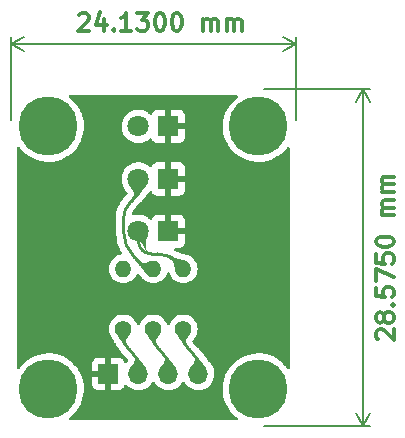
<source format=gbr>
%TF.GenerationSoftware,KiCad,Pcbnew,6.0.5-a6ca702e91~116~ubuntu20.04.1*%
%TF.CreationDate,2022-05-07T15:00:13+03:00*%
%TF.ProjectId,traffic_light_for_arduino,74726166-6669-4635-9f6c-696768745f66,rev?*%
%TF.SameCoordinates,Original*%
%TF.FileFunction,Copper,L1,Top*%
%TF.FilePolarity,Positive*%
%FSLAX46Y46*%
G04 Gerber Fmt 4.6, Leading zero omitted, Abs format (unit mm)*
G04 Created by KiCad (PCBNEW 6.0.5-a6ca702e91~116~ubuntu20.04.1) date 2022-05-07 15:00:13*
%MOMM*%
%LPD*%
G01*
G04 APERTURE LIST*
%ADD10C,0.300000*%
%TA.AperFunction,NonConductor*%
%ADD11C,0.300000*%
%TD*%
%TA.AperFunction,NonConductor*%
%ADD12C,0.200000*%
%TD*%
%TA.AperFunction,ComponentPad*%
%ADD13C,1.400000*%
%TD*%
%TA.AperFunction,ComponentPad*%
%ADD14O,1.400000X1.400000*%
%TD*%
%TA.AperFunction,ComponentPad*%
%ADD15C,5.000000*%
%TD*%
%TA.AperFunction,ComponentPad*%
%ADD16R,1.800000X1.800000*%
%TD*%
%TA.AperFunction,ComponentPad*%
%ADD17C,1.800000*%
%TD*%
%TA.AperFunction,ComponentPad*%
%ADD18R,1.700000X1.700000*%
%TD*%
%TA.AperFunction,ComponentPad*%
%ADD19O,1.700000X1.700000*%
%TD*%
%TA.AperFunction,Conductor*%
%ADD20C,0.250000*%
%TD*%
G04 APERTURE END LIST*
D10*
D11*
X142296428Y-77531429D02*
X142367857Y-77460001D01*
X142510714Y-77388572D01*
X142867857Y-77388572D01*
X143010714Y-77460001D01*
X143082142Y-77531429D01*
X143153571Y-77674286D01*
X143153571Y-77817143D01*
X143082142Y-78031429D01*
X142225000Y-78888572D01*
X143153571Y-78888572D01*
X144439285Y-77888572D02*
X144439285Y-78888572D01*
X144082142Y-77317143D02*
X143725000Y-78388572D01*
X144653571Y-78388572D01*
X145225000Y-78745715D02*
X145296428Y-78817143D01*
X145225000Y-78888572D01*
X145153571Y-78817143D01*
X145225000Y-78745715D01*
X145225000Y-78888572D01*
X146725000Y-78888572D02*
X145867857Y-78888572D01*
X146296428Y-78888572D02*
X146296428Y-77388572D01*
X146153571Y-77602858D01*
X146010714Y-77745715D01*
X145867857Y-77817143D01*
X147225000Y-77388572D02*
X148153571Y-77388572D01*
X147653571Y-77960001D01*
X147867857Y-77960001D01*
X148010714Y-78031429D01*
X148082142Y-78102858D01*
X148153571Y-78245715D01*
X148153571Y-78602858D01*
X148082142Y-78745715D01*
X148010714Y-78817143D01*
X147867857Y-78888572D01*
X147439285Y-78888572D01*
X147296428Y-78817143D01*
X147225000Y-78745715D01*
X149082142Y-77388572D02*
X149225000Y-77388572D01*
X149367857Y-77460001D01*
X149439285Y-77531429D01*
X149510714Y-77674286D01*
X149582142Y-77960001D01*
X149582142Y-78317143D01*
X149510714Y-78602858D01*
X149439285Y-78745715D01*
X149367857Y-78817143D01*
X149225000Y-78888572D01*
X149082142Y-78888572D01*
X148939285Y-78817143D01*
X148867857Y-78745715D01*
X148796428Y-78602858D01*
X148725000Y-78317143D01*
X148725000Y-77960001D01*
X148796428Y-77674286D01*
X148867857Y-77531429D01*
X148939285Y-77460001D01*
X149082142Y-77388572D01*
X150510714Y-77388572D02*
X150653571Y-77388572D01*
X150796428Y-77460001D01*
X150867857Y-77531429D01*
X150939285Y-77674286D01*
X151010714Y-77960001D01*
X151010714Y-78317143D01*
X150939285Y-78602858D01*
X150867857Y-78745715D01*
X150796428Y-78817143D01*
X150653571Y-78888572D01*
X150510714Y-78888572D01*
X150367857Y-78817143D01*
X150296428Y-78745715D01*
X150225000Y-78602858D01*
X150153571Y-78317143D01*
X150153571Y-77960001D01*
X150225000Y-77674286D01*
X150296428Y-77531429D01*
X150367857Y-77460001D01*
X150510714Y-77388572D01*
X152796428Y-78888572D02*
X152796428Y-77888572D01*
X152796428Y-78031429D02*
X152867857Y-77960001D01*
X153010714Y-77888572D01*
X153225000Y-77888572D01*
X153367857Y-77960001D01*
X153439285Y-78102858D01*
X153439285Y-78888572D01*
X153439285Y-78102858D02*
X153510714Y-77960001D01*
X153653571Y-77888572D01*
X153867857Y-77888572D01*
X154010714Y-77960001D01*
X154082142Y-78102858D01*
X154082142Y-78888572D01*
X154796428Y-78888572D02*
X154796428Y-77888572D01*
X154796428Y-78031429D02*
X154867857Y-77960001D01*
X155010714Y-77888572D01*
X155225000Y-77888572D01*
X155367857Y-77960001D01*
X155439285Y-78102858D01*
X155439285Y-78888572D01*
X155439285Y-78102858D02*
X155510714Y-77960001D01*
X155653571Y-77888572D01*
X155867857Y-77888572D01*
X156010714Y-77960001D01*
X156082142Y-78102858D01*
X156082142Y-78888572D01*
D12*
X160655000Y-86495000D02*
X160655000Y-79423581D01*
X136525000Y-86495000D02*
X136525000Y-79423581D01*
X160655000Y-80010001D02*
X136525000Y-80010001D01*
X160655000Y-80010001D02*
X136525000Y-80010001D01*
X160655000Y-80010001D02*
X159528496Y-79423580D01*
X160655000Y-80010001D02*
X159528496Y-80596422D01*
X136525000Y-80010001D02*
X137651504Y-80596422D01*
X136525000Y-80010001D02*
X137651504Y-79423580D01*
D10*
D11*
X167596428Y-105036071D02*
X167525000Y-104964642D01*
X167453571Y-104821785D01*
X167453571Y-104464642D01*
X167525000Y-104321785D01*
X167596428Y-104250357D01*
X167739285Y-104178928D01*
X167882142Y-104178928D01*
X168096428Y-104250357D01*
X168953571Y-105107500D01*
X168953571Y-104178928D01*
X168096428Y-103321785D02*
X168025000Y-103464642D01*
X167953571Y-103536071D01*
X167810714Y-103607500D01*
X167739285Y-103607500D01*
X167596428Y-103536071D01*
X167525000Y-103464642D01*
X167453571Y-103321785D01*
X167453571Y-103036071D01*
X167525000Y-102893214D01*
X167596428Y-102821785D01*
X167739285Y-102750357D01*
X167810714Y-102750357D01*
X167953571Y-102821785D01*
X168025000Y-102893214D01*
X168096428Y-103036071D01*
X168096428Y-103321785D01*
X168167857Y-103464642D01*
X168239285Y-103536071D01*
X168382142Y-103607500D01*
X168667857Y-103607500D01*
X168810714Y-103536071D01*
X168882142Y-103464642D01*
X168953571Y-103321785D01*
X168953571Y-103036071D01*
X168882142Y-102893214D01*
X168810714Y-102821785D01*
X168667857Y-102750357D01*
X168382142Y-102750357D01*
X168239285Y-102821785D01*
X168167857Y-102893214D01*
X168096428Y-103036071D01*
X168810714Y-102107500D02*
X168882142Y-102036071D01*
X168953571Y-102107500D01*
X168882142Y-102178928D01*
X168810714Y-102107500D01*
X168953571Y-102107500D01*
X167453571Y-100678928D02*
X167453571Y-101393214D01*
X168167857Y-101464642D01*
X168096428Y-101393214D01*
X168025000Y-101250357D01*
X168025000Y-100893214D01*
X168096428Y-100750357D01*
X168167857Y-100678928D01*
X168310714Y-100607500D01*
X168667857Y-100607500D01*
X168810714Y-100678928D01*
X168882142Y-100750357D01*
X168953571Y-100893214D01*
X168953571Y-101250357D01*
X168882142Y-101393214D01*
X168810714Y-101464642D01*
X167453571Y-100107500D02*
X167453571Y-99107500D01*
X168953571Y-99750357D01*
X167453571Y-97821785D02*
X167453571Y-98536071D01*
X168167857Y-98607500D01*
X168096428Y-98536071D01*
X168025000Y-98393214D01*
X168025000Y-98036071D01*
X168096428Y-97893214D01*
X168167857Y-97821785D01*
X168310714Y-97750357D01*
X168667857Y-97750357D01*
X168810714Y-97821785D01*
X168882142Y-97893214D01*
X168953571Y-98036071D01*
X168953571Y-98393214D01*
X168882142Y-98536071D01*
X168810714Y-98607500D01*
X167453571Y-96821785D02*
X167453571Y-96678928D01*
X167525000Y-96536071D01*
X167596428Y-96464642D01*
X167739285Y-96393214D01*
X168025000Y-96321785D01*
X168382142Y-96321785D01*
X168667857Y-96393214D01*
X168810714Y-96464642D01*
X168882142Y-96536071D01*
X168953571Y-96678928D01*
X168953571Y-96821785D01*
X168882142Y-96964642D01*
X168810714Y-97036071D01*
X168667857Y-97107500D01*
X168382142Y-97178928D01*
X168025000Y-97178928D01*
X167739285Y-97107500D01*
X167596428Y-97036071D01*
X167525000Y-96964642D01*
X167453571Y-96821785D01*
X168953571Y-94536071D02*
X167953571Y-94536071D01*
X168096428Y-94536071D02*
X168025000Y-94464642D01*
X167953571Y-94321785D01*
X167953571Y-94107500D01*
X168025000Y-93964642D01*
X168167857Y-93893214D01*
X168953571Y-93893214D01*
X168167857Y-93893214D02*
X168025000Y-93821785D01*
X167953571Y-93678928D01*
X167953571Y-93464642D01*
X168025000Y-93321785D01*
X168167857Y-93250357D01*
X168953571Y-93250357D01*
X168953571Y-92536071D02*
X167953571Y-92536071D01*
X168096428Y-92536071D02*
X168025000Y-92464642D01*
X167953571Y-92321785D01*
X167953571Y-92107500D01*
X168025000Y-91964642D01*
X168167857Y-91893214D01*
X168953571Y-91893214D01*
X168167857Y-91893214D02*
X168025000Y-91821785D01*
X167953571Y-91678928D01*
X167953571Y-91464642D01*
X168025000Y-91321785D01*
X168167857Y-91250357D01*
X168953571Y-91250357D01*
D12*
X157980000Y-112395000D02*
X166956420Y-112395000D01*
X157980000Y-83820000D02*
X166956420Y-83820000D01*
X166370000Y-112395000D02*
X166370000Y-83820000D01*
X166370000Y-112395000D02*
X166370000Y-83820000D01*
X166370000Y-112395000D02*
X166956421Y-111268496D01*
X166370000Y-112395000D02*
X165783579Y-111268496D01*
X166370000Y-83820000D02*
X165783579Y-84946504D01*
X166370000Y-83820000D02*
X166956421Y-84946504D01*
D13*
%TO.P,R3,1*%
%TO.N,Net-(J1-Pad4)*%
X151130000Y-104140000D03*
D14*
%TO.P,R3,2*%
%TO.N,Net-(D3-Pad2)*%
X151130000Y-99060000D03*
%TD*%
D15*
%TO.P,H4,1*%
%TO.N,N/C*%
X157480000Y-86995000D03*
%TD*%
%TO.P,H3,1*%
%TO.N,N/C*%
X139700000Y-86995000D03*
%TD*%
D16*
%TO.P,D3,1,K*%
%TO.N,Net-(D1-Pad1)*%
X149860000Y-95885000D03*
D17*
%TO.P,D3,2,A*%
%TO.N,Net-(D3-Pad2)*%
X147320000Y-95885000D03*
%TD*%
D16*
%TO.P,D2,1,K*%
%TO.N,Net-(D1-Pad1)*%
X149860000Y-91440000D03*
D17*
%TO.P,D2,2,A*%
%TO.N,Net-(D2-Pad2)*%
X147320000Y-91440000D03*
%TD*%
D13*
%TO.P,R2,1*%
%TO.N,Net-(J1-Pad3)*%
X148590000Y-104140000D03*
D14*
%TO.P,R2,2*%
%TO.N,Net-(D2-Pad2)*%
X148590000Y-99060000D03*
%TD*%
D15*
%TO.P,H2,1*%
%TO.N,N/C*%
X139700000Y-109220000D03*
%TD*%
%TO.P,H1,1*%
%TO.N,N/C*%
X157480000Y-109220000D03*
%TD*%
D13*
%TO.P,R1,1*%
%TO.N,Net-(J1-Pad2)*%
X146050000Y-104140000D03*
D14*
%TO.P,R1,2*%
%TO.N,Net-(D1-Pad2)*%
X146050000Y-99060000D03*
%TD*%
D16*
%TO.P,D1,1,K*%
%TO.N,Net-(D1-Pad1)*%
X149860000Y-86995000D03*
D17*
%TO.P,D1,2,A*%
%TO.N,Net-(D1-Pad2)*%
X147320000Y-86995000D03*
%TD*%
D18*
%TO.P,J1,1,Pin_1*%
%TO.N,Net-(D1-Pad1)*%
X144780000Y-107950000D03*
D19*
%TO.P,J1,2,Pin_2*%
%TO.N,Net-(J1-Pad2)*%
X147320000Y-107950000D03*
%TO.P,J1,3,Pin_3*%
%TO.N,Net-(J1-Pad3)*%
X149860000Y-107950000D03*
%TO.P,J1,4,Pin_4*%
%TO.N,Net-(J1-Pad4)*%
X152400000Y-107950000D03*
%TD*%
D20*
%TO.N,Net-(D2-Pad2)*%
X148272500Y-99060000D02*
X148590000Y-99060000D01*
X146870987Y-93159012D02*
X146685000Y-93345000D01*
X147002500Y-98107500D02*
X147730493Y-98835493D01*
X146050000Y-95807961D02*
X146050000Y-94878025D01*
X147320000Y-92075000D02*
X147320000Y-91440000D01*
X148272500Y-99060003D02*
G75*
G02*
X147730494Y-98835492I0J766503D01*
G01*
X147002489Y-98107511D02*
G75*
G02*
X146050000Y-95807961I2299511J2299511D01*
G01*
X146050011Y-94878025D02*
G75*
G02*
X146685000Y-93345000I2167989J25D01*
G01*
X146870982Y-93159007D02*
G75*
G03*
X147320000Y-92075000I-1083982J1084007D01*
G01*
%TO.N,Net-(D3-Pad2)*%
X150495000Y-98425000D02*
X151130000Y-99060000D01*
X148404012Y-97790000D02*
X148961974Y-97790000D01*
X147320000Y-96705987D02*
X147320000Y-95885000D01*
X148404012Y-97789994D02*
G75*
G02*
X147637500Y-97472500I-12J1083994D01*
G01*
X147637496Y-97472504D02*
G75*
G02*
X147320000Y-96705987I766504J766504D01*
G01*
X148961974Y-97790011D02*
G75*
G02*
X150495000Y-98425000I26J-2167989D01*
G01*
%TO.N,Net-(J1-Pad2)*%
X146870987Y-106230987D02*
X146499012Y-105859012D01*
X147320000Y-107315000D02*
X147320000Y-107950000D01*
X146050000Y-104775000D02*
X146050000Y-104140000D01*
X147320007Y-107315000D02*
G75*
G03*
X146870987Y-106230987I-1533007J0D01*
G01*
X146499017Y-105859007D02*
G75*
G02*
X146050000Y-104775000I1083983J1084007D01*
G01*
%TO.N,Net-(J1-Pad3)*%
X149860000Y-107315000D02*
X149860000Y-107950000D01*
X149410987Y-106230987D02*
X149039012Y-105859012D01*
X148590000Y-104775000D02*
X148590000Y-104140000D01*
X149860007Y-107315000D02*
G75*
G03*
X149410987Y-106230987I-1533007J0D01*
G01*
X149039017Y-105859007D02*
G75*
G02*
X148590000Y-104775000I1083983J1084007D01*
G01*
%TO.N,Net-(J1-Pad4)*%
X151950987Y-106230987D02*
X151579012Y-105859012D01*
X151130000Y-104775000D02*
X151130000Y-104140000D01*
X152400000Y-107315000D02*
X152400000Y-107950000D01*
X151579017Y-105859007D02*
G75*
G02*
X151130000Y-104775000I1083983J1084007D01*
G01*
X152400007Y-107315000D02*
G75*
G03*
X151950987Y-106230987I-1533007J0D01*
G01*
%TD*%
%TA.AperFunction,Conductor*%
%TO.N,Net-(D2-Pad2)*%
G36*
X148456132Y-98376423D02*
G01*
X148460078Y-98380354D01*
X148921741Y-99138269D01*
X148923118Y-99147117D01*
X148917835Y-99154347D01*
X148916870Y-99154875D01*
X148718853Y-99251276D01*
X148102704Y-99551236D01*
X148093767Y-99551776D01*
X148089127Y-99548800D01*
X147988079Y-99443047D01*
X147987688Y-99442617D01*
X147901510Y-99342956D01*
X147901143Y-99342509D01*
X147829967Y-99251473D01*
X147829685Y-99251098D01*
X147767827Y-99165080D01*
X147767687Y-99164880D01*
X147709658Y-99080530D01*
X147709638Y-99080501D01*
X147709631Y-99080491D01*
X147649928Y-98994454D01*
X147649913Y-98994433D01*
X147649852Y-98994345D01*
X147582849Y-98903111D01*
X147503066Y-98803373D01*
X147502979Y-98803274D01*
X147502969Y-98803262D01*
X147405012Y-98691788D01*
X147404940Y-98691706D01*
X147290854Y-98572956D01*
X147287593Y-98564616D01*
X147291018Y-98556577D01*
X147452020Y-98395575D01*
X147460293Y-98392148D01*
X147467912Y-98394969D01*
X147561555Y-98475332D01*
X147562037Y-98475606D01*
X147562042Y-98475609D01*
X147656675Y-98529305D01*
X147656677Y-98529306D01*
X147657280Y-98529648D01*
X147657947Y-98529839D01*
X147657950Y-98529840D01*
X147703302Y-98542805D01*
X147748976Y-98555863D01*
X147749692Y-98555888D01*
X147749693Y-98555888D01*
X147838173Y-98558962D01*
X147838176Y-98558962D01*
X147838756Y-98558982D01*
X147839332Y-98558886D01*
X147839334Y-98558886D01*
X147928358Y-98544074D01*
X147928360Y-98544074D01*
X147928736Y-98544011D01*
X148021028Y-98515957D01*
X148117747Y-98479825D01*
X148174647Y-98458222D01*
X148220769Y-98440712D01*
X148221225Y-98440549D01*
X148258314Y-98428198D01*
X148332503Y-98403493D01*
X148333368Y-98403243D01*
X148447279Y-98375082D01*
X148456132Y-98376423D01*
G37*
%TD.AperFunction*%
%TD*%
%TA.AperFunction,Conductor*%
%TO.N,Net-(D2-Pad2)*%
G36*
X147365894Y-91002362D02*
G01*
X147367254Y-91004289D01*
X147962059Y-92058853D01*
X147963138Y-92067743D01*
X147960390Y-92072617D01*
X147838885Y-92201791D01*
X147734206Y-92320622D01*
X147646106Y-92427472D01*
X147646060Y-92427531D01*
X147646043Y-92427552D01*
X147568472Y-92526931D01*
X147568442Y-92526970D01*
X147495090Y-92623723D01*
X147495061Y-92623740D01*
X147495071Y-92623748D01*
X147419895Y-92722375D01*
X147419770Y-92722536D01*
X147336719Y-92827554D01*
X147336565Y-92827744D01*
X147239392Y-92943926D01*
X147239193Y-92944156D01*
X147148049Y-93046587D01*
X147121768Y-93076122D01*
X147121536Y-93076375D01*
X146985742Y-93220250D01*
X146977571Y-93223914D01*
X146969091Y-93220621D01*
X146805695Y-93062268D01*
X146802138Y-93054049D01*
X146804677Y-93046587D01*
X146886159Y-92944053D01*
X146907678Y-92916975D01*
X146963291Y-92788921D01*
X146973365Y-92667716D01*
X146946344Y-92550351D01*
X146890674Y-92433819D01*
X146886669Y-92427552D01*
X146814884Y-92315241D01*
X146814801Y-92315111D01*
X146734577Y-92201690D01*
X146727234Y-92191309D01*
X146727149Y-92191188D01*
X146636437Y-92059438D01*
X146636036Y-92058814D01*
X146550745Y-91916395D01*
X146550148Y-91915261D01*
X146481838Y-91766313D01*
X146481504Y-91757365D01*
X146484798Y-91752605D01*
X147349388Y-91001206D01*
X147357881Y-90998366D01*
X147365894Y-91002362D01*
G37*
%TD.AperFunction*%
%TD*%
%TA.AperFunction,Conductor*%
%TO.N,Net-(D3-Pad2)*%
G36*
X149995539Y-97910949D02*
G01*
X150166052Y-97993214D01*
X150320857Y-98062086D01*
X150455722Y-98116282D01*
X150493178Y-98129663D01*
X150576690Y-98159498D01*
X150576709Y-98159504D01*
X150576817Y-98159543D01*
X150690312Y-98195605D01*
X150802376Y-98228206D01*
X150869121Y-98246994D01*
X150919147Y-98261076D01*
X150919224Y-98261098D01*
X151046739Y-98297936D01*
X151046940Y-98297995D01*
X151191585Y-98342598D01*
X151191844Y-98342682D01*
X151351892Y-98396153D01*
X151358653Y-98402025D01*
X151359883Y-98407021D01*
X151377249Y-99295322D01*
X151373984Y-99303661D01*
X151365322Y-99307249D01*
X150717186Y-99294578D01*
X150477308Y-99289889D01*
X150469104Y-99286301D01*
X150466326Y-99281537D01*
X150422322Y-99134089D01*
X150422102Y-99133235D01*
X150390783Y-98989577D01*
X150390685Y-98989078D01*
X150367613Y-98855615D01*
X150346151Y-98731701D01*
X150346148Y-98731687D01*
X150346118Y-98731513D01*
X150319499Y-98615959D01*
X150281014Y-98507904D01*
X150223922Y-98406297D01*
X150141482Y-98310088D01*
X150026950Y-98218227D01*
X149883119Y-98135167D01*
X149877668Y-98128062D01*
X149878499Y-98119814D01*
X149979985Y-97916266D01*
X149986744Y-97910392D01*
X149995539Y-97910949D01*
G37*
%TD.AperFunction*%
%TD*%
%TA.AperFunction,Conductor*%
%TO.N,Net-(D3-Pad2)*%
G36*
X147322986Y-95455565D02*
G01*
X148004966Y-96109996D01*
X148139405Y-96239004D01*
X148143002Y-96247205D01*
X148142169Y-96251787D01*
X148071726Y-96427977D01*
X148008531Y-96621018D01*
X147960325Y-96816552D01*
X147931923Y-97007543D01*
X147931915Y-97007919D01*
X147931915Y-97007920D01*
X147928325Y-97178202D01*
X147928140Y-97186953D01*
X147953789Y-97347747D01*
X148013686Y-97482888D01*
X148112646Y-97585340D01*
X148113686Y-97585797D01*
X148113688Y-97585798D01*
X148241207Y-97641796D01*
X148255482Y-97648065D01*
X148256445Y-97648145D01*
X148256448Y-97648146D01*
X148364711Y-97657169D01*
X148436757Y-97663174D01*
X148444716Y-97667277D01*
X148447471Y-97674308D01*
X148457162Y-97890162D01*
X148457605Y-97900024D01*
X148454553Y-97908443D01*
X148446442Y-97912237D01*
X148444551Y-97912169D01*
X148257405Y-97890162D01*
X148252999Y-97888719D01*
X148110590Y-97807950D01*
X148107268Y-97805134D01*
X148006431Y-97680555D01*
X148004925Y-97678147D01*
X147932441Y-97523011D01*
X147931938Y-97521747D01*
X147875064Y-97350584D01*
X147875011Y-97350422D01*
X147820714Y-97178658D01*
X147820641Y-97178427D01*
X147755489Y-97021012D01*
X147666063Y-96892982D01*
X147550580Y-96816822D01*
X147539946Y-96809809D01*
X147539945Y-96809809D01*
X147538857Y-96809091D01*
X147537567Y-96808910D01*
X147537566Y-96808910D01*
X147482104Y-96801143D01*
X147370007Y-96785444D01*
X147362290Y-96780904D01*
X147359942Y-96774364D01*
X147344945Y-96428174D01*
X147303197Y-95464513D01*
X147306263Y-95456100D01*
X147314380Y-95452318D01*
X147322986Y-95455565D01*
G37*
%TD.AperFunction*%
%TD*%
%TA.AperFunction,Conductor*%
%TO.N,Net-(J1-Pad2)*%
G36*
X147057865Y-106250222D02*
G01*
X147180797Y-106396933D01*
X147180913Y-106397074D01*
X147288794Y-106529992D01*
X147288914Y-106530141D01*
X147379622Y-106645710D01*
X147397200Y-106668794D01*
X147458192Y-106748890D01*
X147458260Y-106748979D01*
X147530007Y-106845092D01*
X147530016Y-106845105D01*
X147600072Y-106939224D01*
X147673656Y-107036546D01*
X147673662Y-107036554D01*
X147755958Y-107142227D01*
X147755982Y-107142258D01*
X147827689Y-107231095D01*
X147852241Y-107261513D01*
X147962170Y-107392950D01*
X147964849Y-107401493D01*
X147963082Y-107406710D01*
X147822636Y-107628686D01*
X147358562Y-108362158D01*
X147351243Y-108367317D01*
X147342419Y-108365789D01*
X147340859Y-108364608D01*
X146536403Y-107642427D01*
X146532536Y-107634351D01*
X146533658Y-107628686D01*
X146600514Y-107488460D01*
X146601124Y-107487341D01*
X146683496Y-107354156D01*
X146683910Y-107353532D01*
X146770922Y-107231095D01*
X146771012Y-107230971D01*
X146854793Y-107116297D01*
X146854798Y-107116289D01*
X146854876Y-107116183D01*
X146927831Y-107005808D01*
X146982149Y-106896555D01*
X147010166Y-106785042D01*
X147004224Y-106667884D01*
X146956660Y-106541699D01*
X146956244Y-106541103D01*
X146956242Y-106541100D01*
X146865909Y-106411826D01*
X146863980Y-106403081D01*
X146867922Y-106396209D01*
X147041319Y-106248821D01*
X147049843Y-106246074D01*
X147057865Y-106250222D01*
G37*
%TD.AperFunction*%
%TD*%
%TA.AperFunction,Conductor*%
%TO.N,Net-(J1-Pad2)*%
G36*
X146050926Y-103798846D02*
G01*
X146269035Y-104015659D01*
X146680545Y-104424724D01*
X146683997Y-104432986D01*
X146682621Y-104438526D01*
X146622815Y-104550678D01*
X146622194Y-104551710D01*
X146551499Y-104656642D01*
X146551071Y-104657237D01*
X146478201Y-104752005D01*
X146478108Y-104752124D01*
X146408340Y-104840474D01*
X146408246Y-104840605D01*
X146408244Y-104840608D01*
X146347207Y-104925891D01*
X146347202Y-104925899D01*
X146346998Y-104926184D01*
X146299321Y-105013148D01*
X146270491Y-105105330D01*
X146265690Y-105206697D01*
X146290101Y-105321215D01*
X146344512Y-105443011D01*
X146344757Y-105451962D01*
X146339462Y-105458038D01*
X146139913Y-105567644D01*
X146131013Y-105568623D01*
X146124098Y-105563150D01*
X146041985Y-105418000D01*
X146041969Y-105417973D01*
X146041907Y-105417863D01*
X145964112Y-105288849D01*
X145911272Y-105206697D01*
X145894240Y-105180218D01*
X145894223Y-105180192D01*
X145894165Y-105180102D01*
X145843793Y-105106077D01*
X145829829Y-105085557D01*
X145768870Y-104999152D01*
X145709091Y-104914878D01*
X145709003Y-104914752D01*
X145648230Y-104826642D01*
X145648065Y-104826397D01*
X145633771Y-104804511D01*
X145583967Y-104728256D01*
X145583813Y-104728011D01*
X145514174Y-104613816D01*
X145513989Y-104613502D01*
X145440582Y-104484255D01*
X145439476Y-104475369D01*
X145441979Y-104470740D01*
X146033902Y-103799406D01*
X146041944Y-103795467D01*
X146050926Y-103798846D01*
G37*
%TD.AperFunction*%
%TD*%
%TA.AperFunction,Conductor*%
%TO.N,Net-(J1-Pad3)*%
G36*
X149597865Y-106250222D02*
G01*
X149720797Y-106396933D01*
X149720913Y-106397074D01*
X149828794Y-106529992D01*
X149828914Y-106530141D01*
X149919622Y-106645710D01*
X149937200Y-106668794D01*
X149998192Y-106748890D01*
X149998260Y-106748979D01*
X150070007Y-106845092D01*
X150070016Y-106845105D01*
X150140072Y-106939224D01*
X150213656Y-107036546D01*
X150213662Y-107036554D01*
X150295958Y-107142227D01*
X150295982Y-107142258D01*
X150367689Y-107231095D01*
X150392241Y-107261513D01*
X150502170Y-107392950D01*
X150504849Y-107401493D01*
X150503082Y-107406710D01*
X150362636Y-107628686D01*
X149898562Y-108362158D01*
X149891243Y-108367317D01*
X149882419Y-108365789D01*
X149880859Y-108364608D01*
X149076403Y-107642427D01*
X149072536Y-107634351D01*
X149073658Y-107628686D01*
X149140514Y-107488460D01*
X149141124Y-107487341D01*
X149223496Y-107354156D01*
X149223910Y-107353532D01*
X149310922Y-107231095D01*
X149311012Y-107230971D01*
X149394793Y-107116297D01*
X149394798Y-107116289D01*
X149394876Y-107116183D01*
X149467831Y-107005808D01*
X149522149Y-106896555D01*
X149550166Y-106785042D01*
X149544224Y-106667884D01*
X149496660Y-106541699D01*
X149496244Y-106541103D01*
X149496242Y-106541100D01*
X149405909Y-106411826D01*
X149403980Y-106403081D01*
X149407922Y-106396209D01*
X149581319Y-106248821D01*
X149589843Y-106246074D01*
X149597865Y-106250222D01*
G37*
%TD.AperFunction*%
%TD*%
%TA.AperFunction,Conductor*%
%TO.N,Net-(J1-Pad3)*%
G36*
X148590926Y-103798846D02*
G01*
X148809035Y-104015659D01*
X149220545Y-104424724D01*
X149223997Y-104432986D01*
X149222621Y-104438526D01*
X149162815Y-104550678D01*
X149162194Y-104551710D01*
X149091499Y-104656642D01*
X149091071Y-104657237D01*
X149018201Y-104752005D01*
X149018108Y-104752124D01*
X148948340Y-104840474D01*
X148948246Y-104840605D01*
X148948244Y-104840608D01*
X148887207Y-104925891D01*
X148887202Y-104925899D01*
X148886998Y-104926184D01*
X148839321Y-105013148D01*
X148810491Y-105105330D01*
X148805690Y-105206697D01*
X148830101Y-105321215D01*
X148884512Y-105443011D01*
X148884757Y-105451962D01*
X148879462Y-105458038D01*
X148679913Y-105567644D01*
X148671013Y-105568623D01*
X148664098Y-105563150D01*
X148581985Y-105418000D01*
X148581969Y-105417973D01*
X148581907Y-105417863D01*
X148504112Y-105288849D01*
X148451272Y-105206697D01*
X148434240Y-105180218D01*
X148434223Y-105180192D01*
X148434165Y-105180102D01*
X148383793Y-105106077D01*
X148369829Y-105085557D01*
X148308870Y-104999152D01*
X148249091Y-104914878D01*
X148249003Y-104914752D01*
X148188230Y-104826642D01*
X148188065Y-104826397D01*
X148173771Y-104804511D01*
X148123967Y-104728256D01*
X148123813Y-104728011D01*
X148054174Y-104613816D01*
X148053989Y-104613502D01*
X147980582Y-104484255D01*
X147979476Y-104475369D01*
X147981979Y-104470740D01*
X148573902Y-103799406D01*
X148581944Y-103795467D01*
X148590926Y-103798846D01*
G37*
%TD.AperFunction*%
%TD*%
%TA.AperFunction,Conductor*%
%TO.N,Net-(J1-Pad4)*%
G36*
X151130926Y-103798846D02*
G01*
X151349035Y-104015659D01*
X151760545Y-104424724D01*
X151763997Y-104432986D01*
X151762621Y-104438526D01*
X151702815Y-104550678D01*
X151702194Y-104551710D01*
X151631499Y-104656642D01*
X151631071Y-104657237D01*
X151558201Y-104752005D01*
X151558108Y-104752124D01*
X151488340Y-104840474D01*
X151488246Y-104840605D01*
X151488244Y-104840608D01*
X151427207Y-104925891D01*
X151427202Y-104925899D01*
X151426998Y-104926184D01*
X151379321Y-105013148D01*
X151350491Y-105105330D01*
X151345690Y-105206697D01*
X151370101Y-105321215D01*
X151424512Y-105443011D01*
X151424757Y-105451962D01*
X151419462Y-105458038D01*
X151219913Y-105567644D01*
X151211013Y-105568623D01*
X151204098Y-105563150D01*
X151121985Y-105418000D01*
X151121969Y-105417973D01*
X151121907Y-105417863D01*
X151044112Y-105288849D01*
X150991272Y-105206697D01*
X150974240Y-105180218D01*
X150974223Y-105180192D01*
X150974165Y-105180102D01*
X150923793Y-105106077D01*
X150909829Y-105085557D01*
X150848870Y-104999152D01*
X150789091Y-104914878D01*
X150789003Y-104914752D01*
X150728230Y-104826642D01*
X150728065Y-104826397D01*
X150713771Y-104804511D01*
X150663967Y-104728256D01*
X150663813Y-104728011D01*
X150594174Y-104613816D01*
X150593989Y-104613502D01*
X150520582Y-104484255D01*
X150519476Y-104475369D01*
X150521979Y-104470740D01*
X151113902Y-103799406D01*
X151121944Y-103795467D01*
X151130926Y-103798846D01*
G37*
%TD.AperFunction*%
%TD*%
%TA.AperFunction,Conductor*%
%TO.N,Net-(J1-Pad4)*%
G36*
X152137865Y-106250222D02*
G01*
X152260797Y-106396933D01*
X152260913Y-106397074D01*
X152368794Y-106529992D01*
X152368914Y-106530141D01*
X152459622Y-106645710D01*
X152477200Y-106668794D01*
X152538192Y-106748890D01*
X152538260Y-106748979D01*
X152610007Y-106845092D01*
X152610016Y-106845105D01*
X152680072Y-106939224D01*
X152753656Y-107036546D01*
X152753662Y-107036554D01*
X152835958Y-107142227D01*
X152835982Y-107142258D01*
X152907689Y-107231095D01*
X152932241Y-107261513D01*
X153042170Y-107392950D01*
X153044849Y-107401493D01*
X153043082Y-107406710D01*
X152902636Y-107628686D01*
X152438562Y-108362158D01*
X152431243Y-108367317D01*
X152422419Y-108365789D01*
X152420859Y-108364608D01*
X151616403Y-107642427D01*
X151612536Y-107634351D01*
X151613658Y-107628686D01*
X151680514Y-107488460D01*
X151681124Y-107487341D01*
X151763496Y-107354156D01*
X151763910Y-107353532D01*
X151850922Y-107231095D01*
X151851012Y-107230971D01*
X151934793Y-107116297D01*
X151934798Y-107116289D01*
X151934876Y-107116183D01*
X152007831Y-107005808D01*
X152062149Y-106896555D01*
X152090166Y-106785042D01*
X152084224Y-106667884D01*
X152036660Y-106541699D01*
X152036244Y-106541103D01*
X152036242Y-106541100D01*
X151945909Y-106411826D01*
X151943980Y-106403081D01*
X151947922Y-106396209D01*
X152121319Y-106248821D01*
X152129843Y-106246074D01*
X152137865Y-106250222D01*
G37*
%TD.AperFunction*%
%TD*%
%TA.AperFunction,Conductor*%
%TO.N,Net-(D1-Pad1)*%
G36*
X155705768Y-84348502D02*
G01*
X155752261Y-84402158D01*
X155762365Y-84472432D01*
X155732871Y-84537012D01*
X155716427Y-84552834D01*
X155463509Y-84755459D01*
X155219466Y-85002071D01*
X155217225Y-85004929D01*
X155160732Y-85076978D01*
X155005386Y-85275098D01*
X155003493Y-85278187D01*
X155003491Y-85278190D01*
X154957233Y-85353676D01*
X154824105Y-85570921D01*
X154822580Y-85574206D01*
X154822578Y-85574210D01*
X154762262Y-85704150D01*
X154678027Y-85885620D01*
X154569087Y-86215023D01*
X154568351Y-86218578D01*
X154568350Y-86218581D01*
X154501884Y-86539533D01*
X154498730Y-86554764D01*
X154467888Y-86900341D01*
X154467983Y-86903971D01*
X154467983Y-86903972D01*
X154470356Y-86994602D01*
X154476970Y-87247171D01*
X154525856Y-87590660D01*
X154613897Y-87926253D01*
X154739927Y-88249503D01*
X154741624Y-88252708D01*
X154875113Y-88504825D01*
X154902275Y-88556126D01*
X154904325Y-88559109D01*
X154904327Y-88559112D01*
X155096733Y-88839064D01*
X155096739Y-88839071D01*
X155098790Y-88842056D01*
X155326866Y-89103505D01*
X155329551Y-89105948D01*
X155539268Y-89296775D01*
X155583481Y-89337006D01*
X155865233Y-89539466D01*
X156168388Y-89708200D01*
X156488928Y-89840972D01*
X156492422Y-89841967D01*
X156492424Y-89841968D01*
X156819103Y-89935025D01*
X156819108Y-89935026D01*
X156822604Y-89936022D01*
X157019304Y-89968233D01*
X157161412Y-89991504D01*
X157161419Y-89991505D01*
X157164993Y-89992090D01*
X157338275Y-90000262D01*
X157507931Y-90008263D01*
X157507932Y-90008263D01*
X157511558Y-90008434D01*
X157520415Y-90007830D01*
X157854073Y-89985084D01*
X157854081Y-89985083D01*
X157857704Y-89984836D01*
X157861279Y-89984173D01*
X157861282Y-89984173D01*
X158195279Y-89922270D01*
X158195283Y-89922269D01*
X158198844Y-89921609D01*
X158530456Y-89819592D01*
X158848145Y-89680136D01*
X159092511Y-89537341D01*
X159144560Y-89506926D01*
X159144562Y-89506925D01*
X159147700Y-89505091D01*
X159150609Y-89502907D01*
X159422244Y-89298958D01*
X159422248Y-89298955D01*
X159425151Y-89296775D01*
X159676819Y-89057950D01*
X159899370Y-88791783D01*
X159901358Y-88788757D01*
X159901363Y-88788750D01*
X159915188Y-88767703D01*
X159969305Y-88721748D01*
X160039676Y-88712347D01*
X160103959Y-88742483D01*
X160141745Y-88802590D01*
X160146500Y-88836879D01*
X160146500Y-107383653D01*
X160126498Y-107451774D01*
X160072842Y-107498267D01*
X160002568Y-107508371D01*
X159937988Y-107478877D01*
X159918953Y-107458247D01*
X159861419Y-107379924D01*
X159802018Y-107299060D01*
X159775861Y-107270911D01*
X159601873Y-107083678D01*
X159565842Y-107044904D01*
X159302019Y-106819578D01*
X159014047Y-106626069D01*
X158948759Y-106592371D01*
X158708961Y-106468602D01*
X158705741Y-106466940D01*
X158381189Y-106344302D01*
X158377668Y-106343418D01*
X158377663Y-106343416D01*
X158216378Y-106302904D01*
X158044692Y-106259780D01*
X158015866Y-106255985D01*
X157704315Y-106214968D01*
X157704307Y-106214967D01*
X157700711Y-106214494D01*
X157556045Y-106212221D01*
X157357446Y-106209101D01*
X157357442Y-106209101D01*
X157353804Y-106209044D01*
X157350190Y-106209405D01*
X157350184Y-106209405D01*
X157106843Y-106233694D01*
X157008569Y-106243503D01*
X156669583Y-106317414D01*
X156666156Y-106318587D01*
X156666150Y-106318589D01*
X156587296Y-106345587D01*
X156341339Y-106429797D01*
X156028188Y-106579163D01*
X156025109Y-106581094D01*
X156025108Y-106581095D01*
X156007136Y-106592369D01*
X155734279Y-106763532D01*
X155731443Y-106765804D01*
X155731436Y-106765809D01*
X155521554Y-106933956D01*
X155463509Y-106980459D01*
X155402066Y-107042549D01*
X155229197Y-107217238D01*
X155219466Y-107227071D01*
X155217225Y-107229929D01*
X155160732Y-107301978D01*
X155005386Y-107500098D01*
X155003493Y-107503187D01*
X155003491Y-107503190D01*
X154957233Y-107578676D01*
X154824105Y-107795921D01*
X154822580Y-107799206D01*
X154822578Y-107799210D01*
X154783505Y-107883386D01*
X154678027Y-108110620D01*
X154569087Y-108440023D01*
X154568351Y-108443578D01*
X154568350Y-108443581D01*
X154550793Y-108528360D01*
X154498730Y-108779764D01*
X154467888Y-109125341D01*
X154467983Y-109128971D01*
X154467983Y-109128972D01*
X154470345Y-109219174D01*
X154476970Y-109472171D01*
X154525856Y-109815660D01*
X154613897Y-110151253D01*
X154739927Y-110474503D01*
X154741624Y-110477708D01*
X154875113Y-110729825D01*
X154902275Y-110781126D01*
X154904325Y-110784109D01*
X154904327Y-110784112D01*
X155096733Y-111064064D01*
X155096739Y-111064071D01*
X155098790Y-111067056D01*
X155326866Y-111328505D01*
X155329551Y-111330948D01*
X155539268Y-111521775D01*
X155583481Y-111562006D01*
X155586433Y-111564127D01*
X155717318Y-111658178D01*
X155760966Y-111714172D01*
X155767412Y-111784876D01*
X155734609Y-111847840D01*
X155672973Y-111883074D01*
X155643792Y-111886500D01*
X141537052Y-111886500D01*
X141468931Y-111866498D01*
X141422438Y-111812842D01*
X141412334Y-111742568D01*
X141441828Y-111677988D01*
X141461399Y-111659740D01*
X141642244Y-111523958D01*
X141642248Y-111523955D01*
X141645151Y-111521775D01*
X141896819Y-111282950D01*
X142119370Y-111016783D01*
X142309853Y-110726799D01*
X142438446Y-110471121D01*
X142464117Y-110420080D01*
X142464120Y-110420072D01*
X142465744Y-110416844D01*
X142584977Y-110091026D01*
X142585822Y-110087504D01*
X142585825Y-110087496D01*
X142665124Y-109757191D01*
X142665125Y-109757187D01*
X142665971Y-109753662D01*
X142700035Y-109472171D01*
X142707316Y-109412004D01*
X142707316Y-109411997D01*
X142707652Y-109409225D01*
X142713599Y-109220000D01*
X142711315Y-109180386D01*
X142693836Y-108877246D01*
X142693835Y-108877241D01*
X142693627Y-108873626D01*
X142688573Y-108844669D01*
X143422001Y-108844669D01*
X143422371Y-108851490D01*
X143427895Y-108902352D01*
X143431521Y-108917604D01*
X143476676Y-109038054D01*
X143485214Y-109053649D01*
X143561715Y-109155724D01*
X143574276Y-109168285D01*
X143676351Y-109244786D01*
X143691946Y-109253324D01*
X143812394Y-109298478D01*
X143827649Y-109302105D01*
X143878514Y-109307631D01*
X143885328Y-109308000D01*
X144507885Y-109308000D01*
X144523124Y-109303525D01*
X144524329Y-109302135D01*
X144526000Y-109294452D01*
X144526000Y-108222115D01*
X144521525Y-108206876D01*
X144520135Y-108205671D01*
X144512452Y-108204000D01*
X143440116Y-108204000D01*
X143424877Y-108208475D01*
X143423672Y-108209865D01*
X143422001Y-108217548D01*
X143422001Y-108844669D01*
X142688573Y-108844669D01*
X142655819Y-108656994D01*
X142634600Y-108535415D01*
X142634598Y-108535408D01*
X142633976Y-108531842D01*
X142535437Y-108199180D01*
X142429153Y-107950000D01*
X142400740Y-107883386D01*
X142400738Y-107883383D01*
X142399316Y-107880048D01*
X142349569Y-107792831D01*
X142284005Y-107677885D01*
X143422000Y-107677885D01*
X143426475Y-107693124D01*
X143427865Y-107694329D01*
X143435548Y-107696000D01*
X144507885Y-107696000D01*
X144523124Y-107691525D01*
X144524329Y-107690135D01*
X144526000Y-107682452D01*
X144526000Y-106610116D01*
X144521525Y-106594877D01*
X144520135Y-106593672D01*
X144512452Y-106592001D01*
X143885331Y-106592001D01*
X143878510Y-106592371D01*
X143827648Y-106597895D01*
X143812396Y-106601521D01*
X143691946Y-106646676D01*
X143676351Y-106655214D01*
X143574276Y-106731715D01*
X143561715Y-106744276D01*
X143485214Y-106846351D01*
X143476676Y-106861946D01*
X143431522Y-106982394D01*
X143427895Y-106997649D01*
X143422369Y-107048514D01*
X143422000Y-107055328D01*
X143422000Y-107677885D01*
X142284005Y-107677885D01*
X142229208Y-107581816D01*
X142227417Y-107578676D01*
X142022018Y-107299060D01*
X141995861Y-107270911D01*
X141821873Y-107083678D01*
X141785842Y-107044904D01*
X141522019Y-106819578D01*
X141234047Y-106626069D01*
X141168759Y-106592371D01*
X140928961Y-106468602D01*
X140925741Y-106466940D01*
X140601189Y-106344302D01*
X140597668Y-106343418D01*
X140597663Y-106343416D01*
X140436378Y-106302904D01*
X140264692Y-106259780D01*
X140235866Y-106255985D01*
X139924315Y-106214968D01*
X139924307Y-106214967D01*
X139920711Y-106214494D01*
X139776045Y-106212221D01*
X139577446Y-106209101D01*
X139577442Y-106209101D01*
X139573804Y-106209044D01*
X139570190Y-106209405D01*
X139570184Y-106209405D01*
X139326843Y-106233694D01*
X139228569Y-106243503D01*
X138889583Y-106317414D01*
X138886156Y-106318587D01*
X138886150Y-106318589D01*
X138807296Y-106345587D01*
X138561339Y-106429797D01*
X138248188Y-106579163D01*
X138245109Y-106581094D01*
X138245108Y-106581095D01*
X138227136Y-106592369D01*
X137954279Y-106763532D01*
X137951443Y-106765804D01*
X137951436Y-106765809D01*
X137741554Y-106933956D01*
X137683509Y-106980459D01*
X137622066Y-107042549D01*
X137449197Y-107217238D01*
X137439466Y-107227071D01*
X137437225Y-107229929D01*
X137258654Y-107457670D01*
X137200881Y-107498935D01*
X137129969Y-107502415D01*
X137068434Y-107467004D01*
X137035811Y-107403947D01*
X137033500Y-107379924D01*
X137033500Y-104140000D01*
X144836884Y-104140000D01*
X144855314Y-104350655D01*
X144910044Y-104554910D01*
X144912366Y-104559891D01*
X144912367Y-104559892D01*
X144985642Y-104717031D01*
X144988749Y-104724278D01*
X144994073Y-104737854D01*
X145067480Y-104867101D01*
X145071567Y-104874165D01*
X145071752Y-104874479D01*
X145071866Y-104874669D01*
X145075688Y-104881046D01*
X145075729Y-104881112D01*
X145075763Y-104881170D01*
X145145402Y-104995365D01*
X145149065Y-105001281D01*
X145149219Y-105001526D01*
X145149272Y-105001608D01*
X145153865Y-105008778D01*
X145153936Y-105008888D01*
X145154040Y-105009050D01*
X145154159Y-105009231D01*
X145154210Y-105009311D01*
X145218097Y-105107128D01*
X145218138Y-105107191D01*
X145221976Y-105112978D01*
X145222031Y-105113061D01*
X145222149Y-105113238D01*
X145222314Y-105113483D01*
X145222424Y-105113644D01*
X145222465Y-105113705D01*
X145225527Y-105118197D01*
X145279979Y-105197142D01*
X145286300Y-105206307D01*
X145290170Y-105211840D01*
X145290292Y-105212012D01*
X145349438Y-105295396D01*
X145349623Y-105295658D01*
X145407123Y-105377160D01*
X145408337Y-105378911D01*
X145464996Y-105462175D01*
X145466797Y-105464897D01*
X145527255Y-105558891D01*
X145529132Y-105561905D01*
X145597581Y-105675420D01*
X145599316Y-105678389D01*
X145677159Y-105815990D01*
X145704886Y-105859703D01*
X145706864Y-105861791D01*
X145715566Y-105874975D01*
X145745690Y-105929478D01*
X145747733Y-105932357D01*
X145884459Y-106125051D01*
X145884465Y-106125058D01*
X145886506Y-106127935D01*
X145991512Y-106245435D01*
X145991639Y-106245588D01*
X145994470Y-106250374D01*
X146000074Y-106255978D01*
X146000079Y-106255985D01*
X146005669Y-106261575D01*
X146010517Y-106266702D01*
X146021770Y-106279293D01*
X146028583Y-106287604D01*
X146038424Y-106300711D01*
X146047775Y-106310259D01*
X146056900Y-106317414D01*
X146072270Y-106329465D01*
X146083621Y-106339525D01*
X146387676Y-106643581D01*
X146398541Y-106655971D01*
X146412981Y-106674789D01*
X146415049Y-106677484D01*
X146414600Y-106677829D01*
X146445509Y-106735874D01*
X146439701Y-106806633D01*
X146423853Y-106835694D01*
X146356383Y-106928043D01*
X146355436Y-106929344D01*
X146355346Y-106929468D01*
X146352355Y-106933633D01*
X146352193Y-106933860D01*
X146352125Y-106933956D01*
X146331242Y-106963341D01*
X146275477Y-107007282D01*
X146204808Y-107014098D01*
X146141673Y-106981625D01*
X146110554Y-106934581D01*
X146083325Y-106861948D01*
X146074786Y-106846351D01*
X145998285Y-106744276D01*
X145985724Y-106731715D01*
X145883649Y-106655214D01*
X145868054Y-106646676D01*
X145747606Y-106601522D01*
X145732351Y-106597895D01*
X145681486Y-106592369D01*
X145674672Y-106592000D01*
X145052115Y-106592000D01*
X145036876Y-106596475D01*
X145035671Y-106597865D01*
X145034000Y-106605548D01*
X145034000Y-109289884D01*
X145038475Y-109305123D01*
X145039865Y-109306328D01*
X145047548Y-109307999D01*
X145674669Y-109307999D01*
X145681490Y-109307629D01*
X145732352Y-109302105D01*
X145747604Y-109298479D01*
X145868054Y-109253324D01*
X145883649Y-109244786D01*
X145985724Y-109168285D01*
X145998285Y-109155724D01*
X146074786Y-109053649D01*
X146083324Y-109038054D01*
X146124225Y-108928952D01*
X146166867Y-108872188D01*
X146233428Y-108847488D01*
X146302777Y-108862696D01*
X146337444Y-108890684D01*
X146362865Y-108920031D01*
X146362869Y-108920035D01*
X146366250Y-108923938D01*
X146538126Y-109066632D01*
X146731000Y-109179338D01*
X146939692Y-109259030D01*
X146944760Y-109260061D01*
X146944763Y-109260062D01*
X147052017Y-109281883D01*
X147158597Y-109303567D01*
X147163772Y-109303757D01*
X147163774Y-109303757D01*
X147376673Y-109311564D01*
X147376677Y-109311564D01*
X147381837Y-109311753D01*
X147386957Y-109311097D01*
X147386959Y-109311097D01*
X147598288Y-109284025D01*
X147598289Y-109284025D01*
X147603416Y-109283368D01*
X147608366Y-109281883D01*
X147812429Y-109220661D01*
X147812434Y-109220659D01*
X147817384Y-109219174D01*
X148017994Y-109120896D01*
X148199860Y-108991173D01*
X148358096Y-108833489D01*
X148488453Y-108652077D01*
X148489776Y-108653028D01*
X148536645Y-108609857D01*
X148606580Y-108597625D01*
X148672026Y-108625144D01*
X148699875Y-108656994D01*
X148759987Y-108755088D01*
X148906250Y-108923938D01*
X149078126Y-109066632D01*
X149271000Y-109179338D01*
X149479692Y-109259030D01*
X149484760Y-109260061D01*
X149484763Y-109260062D01*
X149592017Y-109281883D01*
X149698597Y-109303567D01*
X149703772Y-109303757D01*
X149703774Y-109303757D01*
X149916673Y-109311564D01*
X149916677Y-109311564D01*
X149921837Y-109311753D01*
X149926957Y-109311097D01*
X149926959Y-109311097D01*
X150138288Y-109284025D01*
X150138289Y-109284025D01*
X150143416Y-109283368D01*
X150148366Y-109281883D01*
X150352429Y-109220661D01*
X150352434Y-109220659D01*
X150357384Y-109219174D01*
X150557994Y-109120896D01*
X150739860Y-108991173D01*
X150898096Y-108833489D01*
X151028453Y-108652077D01*
X151029776Y-108653028D01*
X151076645Y-108609857D01*
X151146580Y-108597625D01*
X151212026Y-108625144D01*
X151239875Y-108656994D01*
X151299987Y-108755088D01*
X151446250Y-108923938D01*
X151618126Y-109066632D01*
X151811000Y-109179338D01*
X152019692Y-109259030D01*
X152024760Y-109260061D01*
X152024763Y-109260062D01*
X152132017Y-109281883D01*
X152238597Y-109303567D01*
X152243772Y-109303757D01*
X152243774Y-109303757D01*
X152456673Y-109311564D01*
X152456677Y-109311564D01*
X152461837Y-109311753D01*
X152466957Y-109311097D01*
X152466959Y-109311097D01*
X152678288Y-109284025D01*
X152678289Y-109284025D01*
X152683416Y-109283368D01*
X152688366Y-109281883D01*
X152892429Y-109220661D01*
X152892434Y-109220659D01*
X152897384Y-109219174D01*
X153097994Y-109120896D01*
X153279860Y-108991173D01*
X153438096Y-108833489D01*
X153568453Y-108652077D01*
X153589320Y-108609857D01*
X153665136Y-108456453D01*
X153665137Y-108456451D01*
X153667430Y-108451811D01*
X153732370Y-108238069D01*
X153761529Y-108016590D01*
X153763156Y-107950000D01*
X153744852Y-107727361D01*
X153690431Y-107510702D01*
X153601354Y-107305840D01*
X153480014Y-107118277D01*
X153456377Y-107092300D01*
X153442400Y-107073760D01*
X153436064Y-107063512D01*
X153329714Y-106936354D01*
X153328353Y-106934697D01*
X153239014Y-106824015D01*
X153237650Y-106822294D01*
X153184562Y-106754125D01*
X153161558Y-106724586D01*
X153160488Y-106723192D01*
X153145041Y-106702762D01*
X153091119Y-106631445D01*
X153090617Y-106630776D01*
X153088617Y-106628088D01*
X153021934Y-106538501D01*
X153021510Y-106537933D01*
X152949754Y-106441807D01*
X152946796Y-106437884D01*
X152868158Y-106334615D01*
X152863560Y-106328667D01*
X152841618Y-106300711D01*
X152773010Y-106213299D01*
X152772977Y-106213258D01*
X152772852Y-106213098D01*
X152772755Y-106212977D01*
X152772689Y-106212893D01*
X152767808Y-106206779D01*
X152767806Y-106206776D01*
X152767618Y-106206541D01*
X152659617Y-106073474D01*
X152657461Y-106070836D01*
X152657345Y-106070695D01*
X152654389Y-106067134D01*
X152531457Y-105920423D01*
X152492673Y-105879016D01*
X152487596Y-105875391D01*
X152486290Y-105874248D01*
X152475338Y-105863408D01*
X152458434Y-105844494D01*
X152458347Y-105844389D01*
X152455529Y-105839625D01*
X152444433Y-105828529D01*
X152439578Y-105823394D01*
X152428182Y-105810642D01*
X152421374Y-105802338D01*
X152414053Y-105792588D01*
X152414051Y-105792586D01*
X152411575Y-105789288D01*
X152408695Y-105786347D01*
X152408689Y-105786340D01*
X152405114Y-105782690D01*
X152405112Y-105782689D01*
X152402224Y-105779739D01*
X152377725Y-105760530D01*
X152366374Y-105750470D01*
X152062327Y-105446422D01*
X152051461Y-105434032D01*
X152039573Y-105418539D01*
X152039571Y-105418537D01*
X152034950Y-105412515D01*
X152029025Y-105407769D01*
X152029022Y-105407765D01*
X152022919Y-105402876D01*
X152005887Y-105386372D01*
X151941733Y-105311258D01*
X151930113Y-105295265D01*
X151911978Y-105265673D01*
X151893439Y-105197142D01*
X151914893Y-105129465D01*
X151920511Y-105121767D01*
X151961105Y-105070362D01*
X151965176Y-105065138D01*
X152038139Y-104970251D01*
X152047927Y-104957093D01*
X152048355Y-104956498D01*
X152057365Y-104943557D01*
X152128060Y-104838625D01*
X152142178Y-104816468D01*
X152142799Y-104815436D01*
X152155917Y-104792299D01*
X152179414Y-104748237D01*
X152180018Y-104748559D01*
X152180623Y-104746555D01*
X152180596Y-104746542D01*
X152180684Y-104746354D01*
X152182541Y-104742372D01*
X152183606Y-104740375D01*
X152183857Y-104739940D01*
X152184125Y-104739403D01*
X152213897Y-104683572D01*
X152213899Y-104683567D01*
X152215723Y-104680147D01*
X152233596Y-104633608D01*
X152237023Y-104625535D01*
X152267633Y-104559892D01*
X152267634Y-104559890D01*
X152269956Y-104554910D01*
X152324686Y-104350655D01*
X152343116Y-104140000D01*
X152324686Y-103929345D01*
X152269956Y-103725090D01*
X152180589Y-103533442D01*
X152059301Y-103360224D01*
X151909776Y-103210699D01*
X151736558Y-103089411D01*
X151731580Y-103087090D01*
X151731577Y-103087088D01*
X151549892Y-103002367D01*
X151549891Y-103002366D01*
X151544910Y-103000044D01*
X151539602Y-102998622D01*
X151539600Y-102998621D01*
X151345970Y-102946738D01*
X151345968Y-102946738D01*
X151340655Y-102945314D01*
X151130000Y-102926884D01*
X150919345Y-102945314D01*
X150914032Y-102946738D01*
X150914030Y-102946738D01*
X150720400Y-102998621D01*
X150720398Y-102998622D01*
X150715090Y-103000044D01*
X150710109Y-103002366D01*
X150710108Y-103002367D01*
X150528423Y-103087088D01*
X150528420Y-103087090D01*
X150523442Y-103089411D01*
X150350224Y-103210699D01*
X150200699Y-103360224D01*
X150079411Y-103533442D01*
X149990044Y-103725090D01*
X149988622Y-103730398D01*
X149988621Y-103730400D01*
X149981707Y-103756204D01*
X149944755Y-103816827D01*
X149880894Y-103847848D01*
X149810400Y-103839420D01*
X149755653Y-103794217D01*
X149738293Y-103756204D01*
X149731379Y-103730400D01*
X149731378Y-103730398D01*
X149729956Y-103725090D01*
X149640589Y-103533442D01*
X149519301Y-103360224D01*
X149369776Y-103210699D01*
X149196558Y-103089411D01*
X149191580Y-103087090D01*
X149191577Y-103087088D01*
X149009892Y-103002367D01*
X149009891Y-103002366D01*
X149004910Y-103000044D01*
X148999602Y-102998622D01*
X148999600Y-102998621D01*
X148805970Y-102946738D01*
X148805968Y-102946738D01*
X148800655Y-102945314D01*
X148590000Y-102926884D01*
X148379345Y-102945314D01*
X148374032Y-102946738D01*
X148374030Y-102946738D01*
X148180400Y-102998621D01*
X148180398Y-102998622D01*
X148175090Y-103000044D01*
X148170109Y-103002366D01*
X148170108Y-103002367D01*
X147988423Y-103087088D01*
X147988420Y-103087090D01*
X147983442Y-103089411D01*
X147810224Y-103210699D01*
X147660699Y-103360224D01*
X147539411Y-103533442D01*
X147450044Y-103725090D01*
X147448622Y-103730398D01*
X147448621Y-103730400D01*
X147441707Y-103756204D01*
X147404755Y-103816827D01*
X147340894Y-103847848D01*
X147270400Y-103839420D01*
X147215653Y-103794217D01*
X147198293Y-103756204D01*
X147191379Y-103730400D01*
X147191378Y-103730398D01*
X147189956Y-103725090D01*
X147100589Y-103533442D01*
X146979301Y-103360224D01*
X146829776Y-103210699D01*
X146656558Y-103089411D01*
X146651580Y-103087090D01*
X146651577Y-103087088D01*
X146469892Y-103002367D01*
X146469891Y-103002366D01*
X146464910Y-103000044D01*
X146459602Y-102998622D01*
X146459600Y-102998621D01*
X146265970Y-102946738D01*
X146265968Y-102946738D01*
X146260655Y-102945314D01*
X146050000Y-102926884D01*
X145839345Y-102945314D01*
X145834032Y-102946738D01*
X145834030Y-102946738D01*
X145640400Y-102998621D01*
X145640398Y-102998622D01*
X145635090Y-103000044D01*
X145630109Y-103002366D01*
X145630108Y-103002367D01*
X145448423Y-103087088D01*
X145448420Y-103087090D01*
X145443442Y-103089411D01*
X145270224Y-103210699D01*
X145120699Y-103360224D01*
X144999411Y-103533442D01*
X144910044Y-103725090D01*
X144855314Y-103929345D01*
X144836884Y-104140000D01*
X137033500Y-104140000D01*
X137033500Y-99060000D01*
X144836884Y-99060000D01*
X144855314Y-99270655D01*
X144856738Y-99275968D01*
X144856738Y-99275970D01*
X144908621Y-99469598D01*
X144910044Y-99474910D01*
X144912366Y-99479891D01*
X144912367Y-99479892D01*
X144995961Y-99659159D01*
X144999411Y-99666558D01*
X145120699Y-99839776D01*
X145270224Y-99989301D01*
X145443442Y-100110589D01*
X145448420Y-100112910D01*
X145448423Y-100112912D01*
X145630108Y-100197633D01*
X145635090Y-100199956D01*
X145640398Y-100201378D01*
X145640400Y-100201379D01*
X145834030Y-100253262D01*
X145834032Y-100253262D01*
X145839345Y-100254686D01*
X146050000Y-100273116D01*
X146260655Y-100254686D01*
X146265968Y-100253262D01*
X146265970Y-100253262D01*
X146459600Y-100201379D01*
X146459602Y-100201378D01*
X146464910Y-100199956D01*
X146469892Y-100197633D01*
X146651577Y-100112912D01*
X146651580Y-100112910D01*
X146656558Y-100110589D01*
X146829776Y-99989301D01*
X146979301Y-99839776D01*
X147100589Y-99666558D01*
X147104040Y-99659159D01*
X147165209Y-99527980D01*
X147212126Y-99474695D01*
X147280404Y-99455234D01*
X147348364Y-99475776D01*
X147381700Y-99507666D01*
X147412790Y-99550899D01*
X147419279Y-99559723D01*
X147419561Y-99560098D01*
X147425433Y-99567756D01*
X147496609Y-99658792D01*
X147504270Y-99668353D01*
X147504637Y-99668800D01*
X147513088Y-99678829D01*
X147599266Y-99778490D01*
X147607769Y-99788078D01*
X147608160Y-99788508D01*
X147616815Y-99797794D01*
X147717863Y-99903547D01*
X147720760Y-99905934D01*
X147750729Y-99930629D01*
X147759697Y-99938774D01*
X147810224Y-99989301D01*
X147983442Y-100110589D01*
X147988420Y-100112910D01*
X147988423Y-100112912D01*
X148170108Y-100197633D01*
X148175090Y-100199956D01*
X148180398Y-100201378D01*
X148180400Y-100201379D01*
X148374030Y-100253262D01*
X148374032Y-100253262D01*
X148379345Y-100254686D01*
X148590000Y-100273116D01*
X148800655Y-100254686D01*
X148805968Y-100253262D01*
X148805970Y-100253262D01*
X148999600Y-100201379D01*
X148999602Y-100201378D01*
X149004910Y-100199956D01*
X149009892Y-100197633D01*
X149191577Y-100112912D01*
X149191580Y-100112910D01*
X149196558Y-100110589D01*
X149369776Y-99989301D01*
X149519301Y-99839776D01*
X149640589Y-99666558D01*
X149644040Y-99659159D01*
X149727633Y-99479892D01*
X149727634Y-99479891D01*
X149729956Y-99474910D01*
X149737437Y-99446990D01*
X149774389Y-99386368D01*
X149838250Y-99355346D01*
X149908744Y-99363775D01*
X149963491Y-99408978D01*
X149974750Y-99429491D01*
X149979241Y-99439852D01*
X149985335Y-99457335D01*
X149990044Y-99474910D01*
X149992369Y-99479896D01*
X150075961Y-99659159D01*
X150079411Y-99666558D01*
X150200699Y-99839776D01*
X150350224Y-99989301D01*
X150523442Y-100110589D01*
X150528420Y-100112910D01*
X150528423Y-100112912D01*
X150710108Y-100197633D01*
X150715090Y-100199956D01*
X150720398Y-100201378D01*
X150720400Y-100201379D01*
X150914030Y-100253262D01*
X150914032Y-100253262D01*
X150919345Y-100254686D01*
X151130000Y-100273116D01*
X151340655Y-100254686D01*
X151345968Y-100253262D01*
X151345970Y-100253262D01*
X151539600Y-100201379D01*
X151539602Y-100201378D01*
X151544910Y-100199956D01*
X151549892Y-100197633D01*
X151731577Y-100112912D01*
X151731580Y-100112910D01*
X151736558Y-100110589D01*
X151909776Y-99989301D01*
X152059301Y-99839776D01*
X152180589Y-99666558D01*
X152184040Y-99659159D01*
X152267633Y-99479892D01*
X152267634Y-99479891D01*
X152269956Y-99474910D01*
X152271380Y-99469598D01*
X152323262Y-99275970D01*
X152323262Y-99275968D01*
X152324686Y-99270655D01*
X152343116Y-99060000D01*
X152324686Y-98849345D01*
X152323262Y-98844030D01*
X152271379Y-98650400D01*
X152271378Y-98650398D01*
X152269956Y-98645090D01*
X152180589Y-98453442D01*
X152059301Y-98280224D01*
X151909776Y-98130699D01*
X151736558Y-98009411D01*
X151731580Y-98007090D01*
X151731577Y-98007088D01*
X151549896Y-97922369D01*
X151544910Y-97920044D01*
X151539491Y-97918592D01*
X151539037Y-97918470D01*
X151535801Y-97917239D01*
X151534430Y-97916740D01*
X151534437Y-97916720D01*
X151522992Y-97912366D01*
X151522786Y-97912861D01*
X151518633Y-97911135D01*
X151514608Y-97909115D01*
X151354560Y-97855644D01*
X151350261Y-97854229D01*
X151350002Y-97854145D01*
X151349740Y-97854062D01*
X151349696Y-97854048D01*
X151343138Y-97851974D01*
X151342898Y-97851898D01*
X151198253Y-97807295D01*
X151194261Y-97806103D01*
X151189570Y-97804702D01*
X151189499Y-97804681D01*
X151189461Y-97804670D01*
X151169051Y-97798774D01*
X151061947Y-97767831D01*
X151061881Y-97767812D01*
X151061745Y-97767773D01*
X151058364Y-97766808D01*
X150944250Y-97734686D01*
X150943250Y-97734400D01*
X150915986Y-97726469D01*
X150841259Y-97704730D01*
X150838311Y-97703832D01*
X150743112Y-97673582D01*
X150738881Y-97672155D01*
X150640229Y-97636913D01*
X150635634Y-97635170D01*
X150523157Y-97589970D01*
X150518923Y-97588178D01*
X150397417Y-97534120D01*
X150343308Y-97488155D01*
X150322640Y-97420233D01*
X150341974Y-97351920D01*
X150395172Y-97304904D01*
X150448634Y-97292999D01*
X150804669Y-97292999D01*
X150811490Y-97292629D01*
X150862352Y-97287105D01*
X150877604Y-97283479D01*
X150998054Y-97238324D01*
X151013649Y-97229786D01*
X151115724Y-97153285D01*
X151128285Y-97140724D01*
X151204786Y-97038649D01*
X151213324Y-97023054D01*
X151258478Y-96902606D01*
X151262105Y-96887351D01*
X151267631Y-96836486D01*
X151268000Y-96829672D01*
X151268000Y-96157115D01*
X151263525Y-96141876D01*
X151262135Y-96140671D01*
X151254452Y-96139000D01*
X149732000Y-96139000D01*
X149663879Y-96118998D01*
X149617386Y-96065342D01*
X149606000Y-96013000D01*
X149606000Y-95612885D01*
X150114000Y-95612885D01*
X150118475Y-95628124D01*
X150119865Y-95629329D01*
X150127548Y-95631000D01*
X151249884Y-95631000D01*
X151265123Y-95626525D01*
X151266328Y-95625135D01*
X151267999Y-95617452D01*
X151267999Y-94940331D01*
X151267629Y-94933510D01*
X151262105Y-94882648D01*
X151258479Y-94867396D01*
X151213324Y-94746946D01*
X151204786Y-94731351D01*
X151128285Y-94629276D01*
X151115724Y-94616715D01*
X151013649Y-94540214D01*
X150998054Y-94531676D01*
X150877606Y-94486522D01*
X150862351Y-94482895D01*
X150811486Y-94477369D01*
X150804672Y-94477000D01*
X150132115Y-94477000D01*
X150116876Y-94481475D01*
X150115671Y-94482865D01*
X150114000Y-94490548D01*
X150114000Y-95612885D01*
X149606000Y-95612885D01*
X149606000Y-94495116D01*
X149601525Y-94479877D01*
X149600135Y-94478672D01*
X149592452Y-94477001D01*
X148915331Y-94477001D01*
X148908510Y-94477371D01*
X148857648Y-94482895D01*
X148842396Y-94486521D01*
X148721946Y-94531676D01*
X148706351Y-94540214D01*
X148604276Y-94616715D01*
X148591715Y-94629276D01*
X148515214Y-94731351D01*
X148506675Y-94746948D01*
X148485934Y-94802275D01*
X148443293Y-94859040D01*
X148376731Y-94883740D01*
X148307383Y-94868533D01*
X148284388Y-94851909D01*
X148283887Y-94851358D01*
X148221737Y-94802275D01*
X148106177Y-94711011D01*
X148106172Y-94711008D01*
X148102123Y-94707810D01*
X148097607Y-94705317D01*
X148097604Y-94705315D01*
X147903879Y-94598373D01*
X147903875Y-94598371D01*
X147899355Y-94595876D01*
X147894486Y-94594152D01*
X147894482Y-94594150D01*
X147685903Y-94520288D01*
X147685899Y-94520287D01*
X147681028Y-94518562D01*
X147675935Y-94517655D01*
X147675932Y-94517654D01*
X147458095Y-94478851D01*
X147458089Y-94478850D01*
X147453006Y-94477945D01*
X147375644Y-94477000D01*
X147226581Y-94475179D01*
X147226579Y-94475179D01*
X147221411Y-94475116D01*
X146992464Y-94510150D01*
X146932002Y-94529912D01*
X146861040Y-94532063D01*
X146800178Y-94495507D01*
X146768741Y-94431850D01*
X146773544Y-94369647D01*
X146797662Y-94298596D01*
X146803966Y-94283379D01*
X146885437Y-94118170D01*
X146893678Y-94103896D01*
X146996021Y-93950728D01*
X147006054Y-93937653D01*
X147106346Y-93823290D01*
X147124377Y-93806402D01*
X147125467Y-93805566D01*
X147131492Y-93800943D01*
X147153469Y-93773512D01*
X147162706Y-93763199D01*
X147280756Y-93645147D01*
X147294201Y-93633480D01*
X147309381Y-93622083D01*
X147312675Y-93619610D01*
X147322224Y-93610260D01*
X147330096Y-93600220D01*
X147350853Y-93579326D01*
X147359177Y-93572711D01*
X147375134Y-93555805D01*
X147494808Y-93429009D01*
X147494836Y-93428979D01*
X147494971Y-93428836D01*
X147500003Y-93423427D01*
X147500235Y-93423174D01*
X147500443Y-93422944D01*
X147505217Y-93417660D01*
X147505285Y-93417584D01*
X147505387Y-93417471D01*
X147622812Y-93285505D01*
X147627518Y-93280141D01*
X147627717Y-93279911D01*
X147633282Y-93273370D01*
X147730455Y-93157188D01*
X147735485Y-93151079D01*
X147735639Y-93150889D01*
X147739491Y-93146077D01*
X147822542Y-93041059D01*
X147825374Y-93037446D01*
X147825499Y-93037285D01*
X147828286Y-93033661D01*
X147903462Y-92935034D01*
X147903521Y-92935079D01*
X147904368Y-92934012D01*
X147904286Y-92933950D01*
X147936950Y-92890866D01*
X147974943Y-92840753D01*
X147975951Y-92839441D01*
X148045647Y-92750151D01*
X148047714Y-92747576D01*
X148123755Y-92655349D01*
X148126422Y-92652220D01*
X148178018Y-92593649D01*
X148217318Y-92549036D01*
X148220077Y-92546006D01*
X148238114Y-92526831D01*
X148277714Y-92484731D01*
X148338955Y-92448817D01*
X148409893Y-92451714D01*
X148468003Y-92492503D01*
X148487473Y-92526831D01*
X148506676Y-92578054D01*
X148515214Y-92593649D01*
X148591715Y-92695724D01*
X148604276Y-92708285D01*
X148706351Y-92784786D01*
X148721946Y-92793324D01*
X148842394Y-92838478D01*
X148857649Y-92842105D01*
X148908514Y-92847631D01*
X148915328Y-92848000D01*
X149587885Y-92848000D01*
X149603124Y-92843525D01*
X149604329Y-92842135D01*
X149606000Y-92834452D01*
X149606000Y-92829884D01*
X150114000Y-92829884D01*
X150118475Y-92845123D01*
X150119865Y-92846328D01*
X150127548Y-92847999D01*
X150804669Y-92847999D01*
X150811490Y-92847629D01*
X150862352Y-92842105D01*
X150877604Y-92838479D01*
X150998054Y-92793324D01*
X151013649Y-92784786D01*
X151115724Y-92708285D01*
X151128285Y-92695724D01*
X151204786Y-92593649D01*
X151213324Y-92578054D01*
X151258478Y-92457606D01*
X151262105Y-92442351D01*
X151267631Y-92391486D01*
X151268000Y-92384672D01*
X151268000Y-91712115D01*
X151263525Y-91696876D01*
X151262135Y-91695671D01*
X151254452Y-91694000D01*
X150132115Y-91694000D01*
X150116876Y-91698475D01*
X150115671Y-91699865D01*
X150114000Y-91707548D01*
X150114000Y-92829884D01*
X149606000Y-92829884D01*
X149606000Y-91167885D01*
X150114000Y-91167885D01*
X150118475Y-91183124D01*
X150119865Y-91184329D01*
X150127548Y-91186000D01*
X151249884Y-91186000D01*
X151265123Y-91181525D01*
X151266328Y-91180135D01*
X151267999Y-91172452D01*
X151267999Y-90495331D01*
X151267629Y-90488510D01*
X151262105Y-90437648D01*
X151258479Y-90422396D01*
X151213324Y-90301946D01*
X151204786Y-90286351D01*
X151128285Y-90184276D01*
X151115724Y-90171715D01*
X151013649Y-90095214D01*
X150998054Y-90086676D01*
X150877606Y-90041522D01*
X150862351Y-90037895D01*
X150811486Y-90032369D01*
X150804672Y-90032000D01*
X150132115Y-90032000D01*
X150116876Y-90036475D01*
X150115671Y-90037865D01*
X150114000Y-90045548D01*
X150114000Y-91167885D01*
X149606000Y-91167885D01*
X149606000Y-90050116D01*
X149601525Y-90034877D01*
X149600135Y-90033672D01*
X149592452Y-90032001D01*
X148915331Y-90032001D01*
X148908510Y-90032371D01*
X148857648Y-90037895D01*
X148842396Y-90041521D01*
X148721946Y-90086676D01*
X148706351Y-90095214D01*
X148604276Y-90171715D01*
X148591715Y-90184276D01*
X148515214Y-90286351D01*
X148506675Y-90301948D01*
X148485934Y-90357275D01*
X148443293Y-90414040D01*
X148376731Y-90438740D01*
X148307383Y-90423533D01*
X148284388Y-90406909D01*
X148283887Y-90406358D01*
X148221737Y-90357275D01*
X148106177Y-90266011D01*
X148106172Y-90266008D01*
X148102123Y-90262810D01*
X148097607Y-90260317D01*
X148097604Y-90260315D01*
X147903879Y-90153373D01*
X147903875Y-90153371D01*
X147899355Y-90150876D01*
X147894486Y-90149152D01*
X147894482Y-90149150D01*
X147685903Y-90075288D01*
X147685899Y-90075287D01*
X147681028Y-90073562D01*
X147675935Y-90072655D01*
X147675932Y-90072654D01*
X147458095Y-90033851D01*
X147458089Y-90033850D01*
X147453006Y-90032945D01*
X147375644Y-90032000D01*
X147226581Y-90030179D01*
X147226579Y-90030179D01*
X147221411Y-90030116D01*
X146992464Y-90065150D01*
X146772314Y-90137106D01*
X146767726Y-90139494D01*
X146767722Y-90139496D01*
X146571461Y-90241663D01*
X146566872Y-90244052D01*
X146562739Y-90247155D01*
X146562736Y-90247157D01*
X146416073Y-90357275D01*
X146381655Y-90383117D01*
X146221639Y-90550564D01*
X146091119Y-90741899D01*
X145993602Y-90951981D01*
X145931707Y-91175169D01*
X145907095Y-91405469D01*
X145920427Y-91636697D01*
X145921564Y-91641743D01*
X145921565Y-91641749D01*
X145936394Y-91707548D01*
X145971346Y-91862642D01*
X145991247Y-91911651D01*
X146001890Y-91937864D01*
X146005986Y-91949575D01*
X146015083Y-91980374D01*
X146016957Y-91984460D01*
X146016958Y-91984463D01*
X146049430Y-92055268D01*
X146051641Y-92060386D01*
X146058484Y-92077237D01*
X146061187Y-92081648D01*
X146063519Y-92086264D01*
X146063358Y-92086346D01*
X146065696Y-92090734D01*
X146083393Y-92129322D01*
X146095769Y-92154471D01*
X146096366Y-92155605D01*
X146110204Y-92180224D01*
X146195495Y-92322643D01*
X146204046Y-92336423D01*
X146204447Y-92337047D01*
X146213492Y-92350642D01*
X146213787Y-92351070D01*
X146213807Y-92351100D01*
X146304110Y-92482256D01*
X146304280Y-92482501D01*
X146307860Y-92487631D01*
X146307918Y-92487714D01*
X146386789Y-92599223D01*
X146409796Y-92666389D01*
X146392838Y-92735330D01*
X146373016Y-92761078D01*
X146275226Y-92858869D01*
X146261784Y-92870533D01*
X146243306Y-92884407D01*
X146233758Y-92893758D01*
X146225508Y-92904279D01*
X146219731Y-92911129D01*
X146049805Y-93098614D01*
X146047961Y-93101100D01*
X146047958Y-93101104D01*
X146010723Y-93151310D01*
X145885833Y-93319706D01*
X145744322Y-93555805D01*
X145626634Y-93804638D01*
X145625591Y-93807553D01*
X145534944Y-94060898D01*
X145534941Y-94060908D01*
X145533903Y-94063809D01*
X145467022Y-94330821D01*
X145426635Y-94603103D01*
X145426483Y-94606188D01*
X145426483Y-94606193D01*
X145421615Y-94705315D01*
X145417196Y-94795283D01*
X145415384Y-94795194D01*
X145415744Y-94797995D01*
X145416500Y-94797995D01*
X145416500Y-94806377D01*
X145416348Y-94812556D01*
X145415024Y-94839521D01*
X145413918Y-94851099D01*
X145412568Y-94860580D01*
X145412567Y-94860592D01*
X145411987Y-94864668D01*
X145411847Y-94878032D01*
X145412344Y-94882137D01*
X145415587Y-94908934D01*
X145416500Y-94924073D01*
X145416500Y-95753958D01*
X145415243Y-95771714D01*
X145411987Y-95794589D01*
X145411847Y-95807953D01*
X145412344Y-95812057D01*
X145412344Y-95812063D01*
X145412753Y-95815442D01*
X145413546Y-95825084D01*
X145427594Y-96146925D01*
X145471877Y-96483317D01*
X145545311Y-96814570D01*
X145546132Y-96817175D01*
X145546135Y-96817185D01*
X145619823Y-97050897D01*
X145647337Y-97138161D01*
X145777177Y-97451629D01*
X145848259Y-97588178D01*
X145901284Y-97690040D01*
X145914996Y-97759700D01*
X145888870Y-97825715D01*
X145831202Y-97867126D01*
X145822144Y-97869923D01*
X145688848Y-97905640D01*
X145640400Y-97918621D01*
X145640398Y-97918622D01*
X145635090Y-97920044D01*
X145630109Y-97922366D01*
X145630108Y-97922367D01*
X145448423Y-98007088D01*
X145448420Y-98007090D01*
X145443442Y-98009411D01*
X145270224Y-98130699D01*
X145120699Y-98280224D01*
X144999411Y-98453442D01*
X144910044Y-98645090D01*
X144908622Y-98650398D01*
X144908621Y-98650400D01*
X144856738Y-98844030D01*
X144855314Y-98849345D01*
X144836884Y-99060000D01*
X137033500Y-99060000D01*
X137033500Y-88832743D01*
X137053502Y-88764622D01*
X137107158Y-88718129D01*
X137177432Y-88708025D01*
X137242012Y-88737519D01*
X137263340Y-88761376D01*
X137316733Y-88839064D01*
X137316739Y-88839071D01*
X137318790Y-88842056D01*
X137546866Y-89103505D01*
X137549551Y-89105948D01*
X137759268Y-89296775D01*
X137803481Y-89337006D01*
X138085233Y-89539466D01*
X138388388Y-89708200D01*
X138708928Y-89840972D01*
X138712422Y-89841967D01*
X138712424Y-89841968D01*
X139039103Y-89935025D01*
X139039108Y-89935026D01*
X139042604Y-89936022D01*
X139239304Y-89968233D01*
X139381412Y-89991504D01*
X139381419Y-89991505D01*
X139384993Y-89992090D01*
X139558275Y-90000262D01*
X139727931Y-90008263D01*
X139727932Y-90008263D01*
X139731558Y-90008434D01*
X139740415Y-90007830D01*
X140074073Y-89985084D01*
X140074081Y-89985083D01*
X140077704Y-89984836D01*
X140081279Y-89984173D01*
X140081282Y-89984173D01*
X140415279Y-89922270D01*
X140415283Y-89922269D01*
X140418844Y-89921609D01*
X140750456Y-89819592D01*
X141068145Y-89680136D01*
X141312511Y-89537341D01*
X141364560Y-89506926D01*
X141364562Y-89506925D01*
X141367700Y-89505091D01*
X141370609Y-89502907D01*
X141642244Y-89298958D01*
X141642248Y-89298955D01*
X141645151Y-89296775D01*
X141896819Y-89057950D01*
X142119370Y-88791783D01*
X142121363Y-88788750D01*
X142214611Y-88646791D01*
X142309853Y-88501799D01*
X142435133Y-88252708D01*
X142464117Y-88195080D01*
X142464120Y-88195072D01*
X142465744Y-88191844D01*
X142481551Y-88148649D01*
X142583729Y-87869437D01*
X142583730Y-87869433D01*
X142584977Y-87866026D01*
X142585822Y-87862504D01*
X142585825Y-87862496D01*
X142665124Y-87532191D01*
X142665125Y-87532187D01*
X142665971Y-87528662D01*
X142666408Y-87525052D01*
X142707316Y-87187004D01*
X142707316Y-87186997D01*
X142707652Y-87184225D01*
X142713599Y-86995000D01*
X142711608Y-86960469D01*
X145907095Y-86960469D01*
X145907392Y-86965622D01*
X145907392Y-86965625D01*
X145911013Y-87028420D01*
X145920427Y-87191697D01*
X145921564Y-87196743D01*
X145921565Y-87196749D01*
X145936394Y-87262548D01*
X145971346Y-87417642D01*
X145973288Y-87422424D01*
X145973289Y-87422428D01*
X146040145Y-87587074D01*
X146058484Y-87632237D01*
X146179501Y-87829719D01*
X146331147Y-88004784D01*
X146509349Y-88152730D01*
X146709322Y-88269584D01*
X146925694Y-88352209D01*
X146930760Y-88353240D01*
X146930761Y-88353240D01*
X146983846Y-88364040D01*
X147152656Y-88398385D01*
X147283324Y-88403176D01*
X147378949Y-88406683D01*
X147378953Y-88406683D01*
X147384113Y-88406872D01*
X147389233Y-88406216D01*
X147389235Y-88406216D01*
X147488668Y-88393478D01*
X147613847Y-88377442D01*
X147618795Y-88375957D01*
X147618802Y-88375956D01*
X147830747Y-88312369D01*
X147835690Y-88310886D01*
X147916236Y-88271427D01*
X148039049Y-88211262D01*
X148039052Y-88211260D01*
X148043684Y-88208991D01*
X148232243Y-88074494D01*
X148235898Y-88070852D01*
X148235906Y-88070845D01*
X148277697Y-88029199D01*
X148340068Y-87995282D01*
X148410875Y-88000470D01*
X148467637Y-88043116D01*
X148484619Y-88074218D01*
X148506677Y-88133056D01*
X148515214Y-88148649D01*
X148591715Y-88250724D01*
X148604276Y-88263285D01*
X148706351Y-88339786D01*
X148721946Y-88348324D01*
X148842394Y-88393478D01*
X148857649Y-88397105D01*
X148908514Y-88402631D01*
X148915328Y-88403000D01*
X149587885Y-88403000D01*
X149603124Y-88398525D01*
X149604329Y-88397135D01*
X149606000Y-88389452D01*
X149606000Y-88384884D01*
X150114000Y-88384884D01*
X150118475Y-88400123D01*
X150119865Y-88401328D01*
X150127548Y-88402999D01*
X150804669Y-88402999D01*
X150811490Y-88402629D01*
X150862352Y-88397105D01*
X150877604Y-88393479D01*
X150998054Y-88348324D01*
X151013649Y-88339786D01*
X151115724Y-88263285D01*
X151128285Y-88250724D01*
X151204786Y-88148649D01*
X151213324Y-88133054D01*
X151258478Y-88012606D01*
X151262105Y-87997351D01*
X151267631Y-87946486D01*
X151268000Y-87939672D01*
X151268000Y-87267115D01*
X151263525Y-87251876D01*
X151262135Y-87250671D01*
X151254452Y-87249000D01*
X150132115Y-87249000D01*
X150116876Y-87253475D01*
X150115671Y-87254865D01*
X150114000Y-87262548D01*
X150114000Y-88384884D01*
X149606000Y-88384884D01*
X149606000Y-86722885D01*
X150114000Y-86722885D01*
X150118475Y-86738124D01*
X150119865Y-86739329D01*
X150127548Y-86741000D01*
X151249884Y-86741000D01*
X151265123Y-86736525D01*
X151266328Y-86735135D01*
X151267999Y-86727452D01*
X151267999Y-86050331D01*
X151267629Y-86043510D01*
X151262105Y-85992648D01*
X151258479Y-85977396D01*
X151213324Y-85856946D01*
X151204786Y-85841351D01*
X151128285Y-85739276D01*
X151115724Y-85726715D01*
X151013649Y-85650214D01*
X150998054Y-85641676D01*
X150877606Y-85596522D01*
X150862351Y-85592895D01*
X150811486Y-85587369D01*
X150804672Y-85587000D01*
X150132115Y-85587000D01*
X150116876Y-85591475D01*
X150115671Y-85592865D01*
X150114000Y-85600548D01*
X150114000Y-86722885D01*
X149606000Y-86722885D01*
X149606000Y-85605116D01*
X149601525Y-85589877D01*
X149600135Y-85588672D01*
X149592452Y-85587001D01*
X148915331Y-85587001D01*
X148908510Y-85587371D01*
X148857648Y-85592895D01*
X148842396Y-85596521D01*
X148721946Y-85641676D01*
X148706351Y-85650214D01*
X148604276Y-85726715D01*
X148591715Y-85739276D01*
X148515214Y-85841351D01*
X148506675Y-85856948D01*
X148485934Y-85912275D01*
X148443293Y-85969040D01*
X148376731Y-85993740D01*
X148307383Y-85978533D01*
X148284388Y-85961909D01*
X148283887Y-85961358D01*
X148250527Y-85935012D01*
X148106177Y-85821011D01*
X148106172Y-85821008D01*
X148102123Y-85817810D01*
X148097607Y-85815317D01*
X148097604Y-85815315D01*
X147903879Y-85708373D01*
X147903875Y-85708371D01*
X147899355Y-85705876D01*
X147894486Y-85704152D01*
X147894482Y-85704150D01*
X147685903Y-85630288D01*
X147685899Y-85630287D01*
X147681028Y-85628562D01*
X147675935Y-85627655D01*
X147675932Y-85627654D01*
X147458095Y-85588851D01*
X147458089Y-85588850D01*
X147453006Y-85587945D01*
X147375644Y-85587000D01*
X147226581Y-85585179D01*
X147226579Y-85585179D01*
X147221411Y-85585116D01*
X146992464Y-85620150D01*
X146772314Y-85692106D01*
X146767726Y-85694494D01*
X146767722Y-85694496D01*
X146571461Y-85796663D01*
X146566872Y-85799052D01*
X146562739Y-85802155D01*
X146562736Y-85802157D01*
X146385790Y-85935012D01*
X146381655Y-85938117D01*
X146221639Y-86105564D01*
X146091119Y-86296899D01*
X145993602Y-86506981D01*
X145931707Y-86730169D01*
X145907095Y-86960469D01*
X142711608Y-86960469D01*
X142711312Y-86955336D01*
X142693836Y-86652246D01*
X142693835Y-86652241D01*
X142693627Y-86648626D01*
X142633976Y-86306842D01*
X142632420Y-86301587D01*
X142555973Y-86043510D01*
X142535437Y-85974180D01*
X142529968Y-85961358D01*
X142400740Y-85658386D01*
X142400738Y-85658383D01*
X142399316Y-85655048D01*
X142370836Y-85605116D01*
X142229208Y-85356816D01*
X142227417Y-85353676D01*
X142022018Y-85074060D01*
X141785842Y-84819904D01*
X141522019Y-84594578D01*
X141519025Y-84592566D01*
X141519017Y-84592560D01*
X141469195Y-84559082D01*
X141423810Y-84504486D01*
X141415147Y-84434020D01*
X141445955Y-84370056D01*
X141506454Y-84332903D01*
X141539471Y-84328500D01*
X155637647Y-84328500D01*
X155705768Y-84348502D01*
G37*
%TD.AperFunction*%
%TD*%
M02*

</source>
